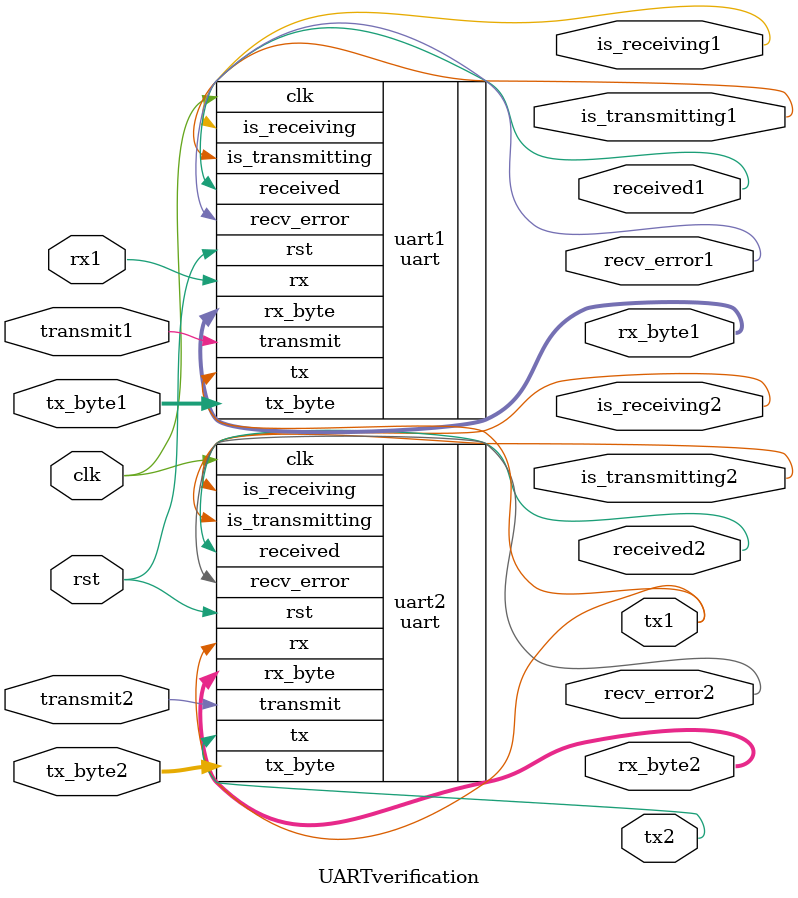
<source format=v>
`timescale 1ns / 1ps
module UARTverification(
    input clk, 
    input rst, 
    input rx1, 
    output tx1, 
    input transmit1, 
    input [7:0] tx_byte1, 
    output received1, 
    output [7:0] rx_byte1, 
    output is_receiving1, 
    output is_transmitting1, 
    output recv_error1, 
	 
   
    output tx2, 
    input transmit2, 
    input [7:0] tx_byte2, 
    output received2, 
    output [7:0] rx_byte2, 
    output is_receiving2, 
    output is_transmitting2, 
    output recv_error2 
    );
	 
	 

uart uart1 (
    .clk(clk), 
    .rst(rst), 
    .rx(rx1), 
    .tx(tx1), 
    .transmit(transmit1), 
    .tx_byte(tx_byte1), 
    .received(received1), 
    .rx_byte(rx_byte1), 
    .is_receiving(is_receiving1), 
    .is_transmitting(is_transmitting1), 
    .recv_error(recv_error1) 
    );
	 
uart uart2 (
    .clk(clk), 
    .rst(rst), 
    .rx(tx1), 
    .tx(tx2), 
    .transmit(transmit2), 
    .tx_byte(tx_byte2), 
    .received(received2), 
    .rx_byte(rx_byte2), 
    .is_receiving(is_receiving2), 
    .is_transmitting(is_transmitting2), 
    .recv_error(recv_error2)
    );
	 
	
endmodule

</source>
